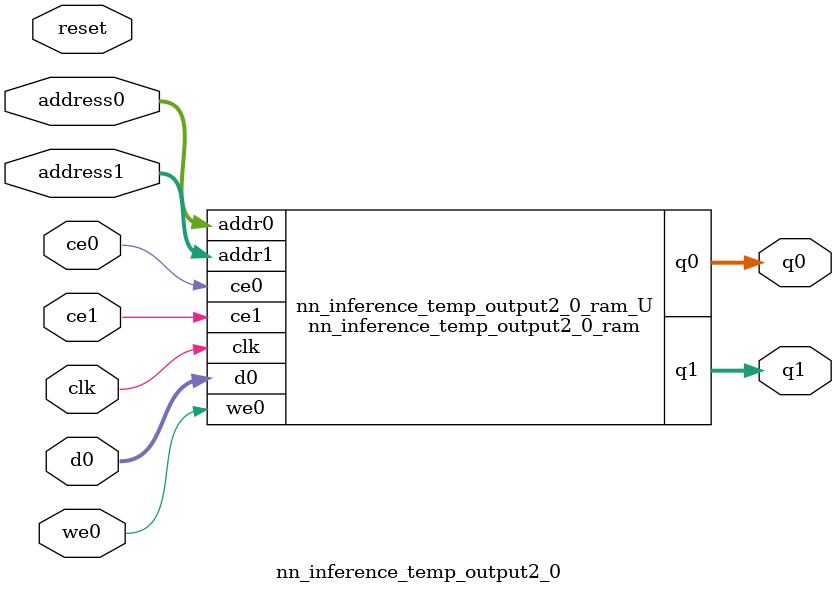
<source format=v>
`timescale 1 ns / 1 ps
module nn_inference_temp_output2_0_ram (addr0, ce0, d0, we0, q0, addr1, ce1, q1,  clk);

parameter DWIDTH = 32;
parameter AWIDTH = 4;
parameter MEM_SIZE = 16;

input[AWIDTH-1:0] addr0;
input ce0;
input[DWIDTH-1:0] d0;
input we0;
output reg[DWIDTH-1:0] q0;
input[AWIDTH-1:0] addr1;
input ce1;
output reg[DWIDTH-1:0] q1;
input clk;

reg [DWIDTH-1:0] ram[0:MEM_SIZE-1];




always @(posedge clk)  
begin 
    if (ce0) begin
        if (we0) 
            ram[addr0] <= d0; 
        q0 <= ram[addr0];
    end
end


always @(posedge clk)  
begin 
    if (ce1) begin
        q1 <= ram[addr1];
    end
end


endmodule

`timescale 1 ns / 1 ps
module nn_inference_temp_output2_0(
    reset,
    clk,
    address0,
    ce0,
    we0,
    d0,
    q0,
    address1,
    ce1,
    q1);

parameter DataWidth = 32'd32;
parameter AddressRange = 32'd16;
parameter AddressWidth = 32'd4;
input reset;
input clk;
input[AddressWidth - 1:0] address0;
input ce0;
input we0;
input[DataWidth - 1:0] d0;
output[DataWidth - 1:0] q0;
input[AddressWidth - 1:0] address1;
input ce1;
output[DataWidth - 1:0] q1;



nn_inference_temp_output2_0_ram nn_inference_temp_output2_0_ram_U(
    .clk( clk ),
    .addr0( address0 ),
    .ce0( ce0 ),
    .we0( we0 ),
    .d0( d0 ),
    .q0( q0 ),
    .addr1( address1 ),
    .ce1( ce1 ),
    .q1( q1 ));

endmodule


</source>
